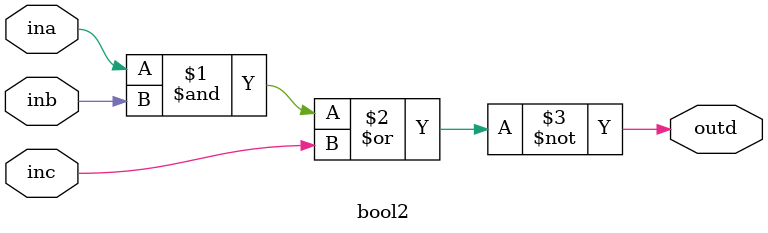
<source format=v>
`timescale 1ns / 1ps


module bool2(
    input ina, inb, inc,
    output outd
);

assign outd = ~((ina & inb) | inc);

endmodule
</source>
